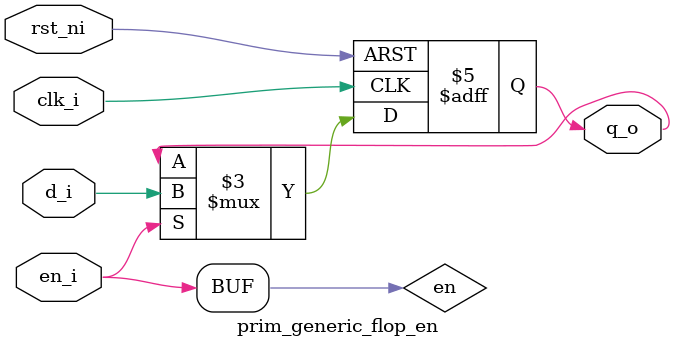
<source format=sv>

`include "../hdl/ibex_core/rtl/prim/prim_assert.sv"

module prim_generic_flop_en #(
  parameter int               Width      = 1,
  parameter bit               EnSecBuf   = 0,
  parameter logic [Width-1:0] ResetValue = 0
) (
  input                    clk_i,
  input                    rst_ni,
  input                    en_i,
  input        [Width-1:0] d_i,
  output logic [Width-1:0] q_o
);

  logic en;
  if (EnSecBuf) begin : gen_en_sec_buf
    prim_sec_anchor_buf #(
      .Width(1)
    ) u_en_buf (
      .in_i(en_i),
      .out_o(en)
    );
  end else begin : gen_en_no_sec_buf
    assign en = en_i;
  end

  always_ff @(posedge clk_i or negedge rst_ni) begin
    if (!rst_ni) begin
      q_o <= ResetValue;
    end else if (en) begin
      q_o <= d_i;
    end
  end

endmodule

</source>
